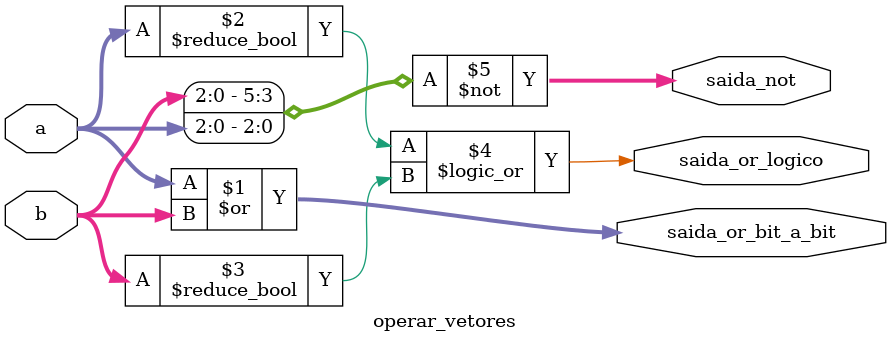
<source format=v>
module operar_vetores( 
    input [2:0] a,
    input [2:0] b,
    output [2:0] saida_or_bit_a_bit,
    output saida_or_logico,
    output [5:0] saida_not
);
	//insira seu código aqui

assign saida_or_bit_a_bit = a | b;              // OR bit a bit
    assign saida_or_logico = (a != 3'b000) || (b != 3'b000);  // OR lógico
    assign saida_not = ~{b, a};                     // NOT sobre vetor concatenado	
	
endmodule

</source>
